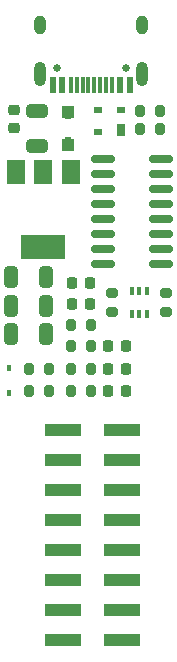
<source format=gts>
G04 #@! TF.GenerationSoftware,KiCad,Pcbnew,7.0.1*
G04 #@! TF.CreationDate,2023-08-15T21:07:27+02:00*
G04 #@! TF.ProjectId,ESP_PROG,4553505f-5052-44f4-972e-6b696361645f,rev?*
G04 #@! TF.SameCoordinates,Original*
G04 #@! TF.FileFunction,Soldermask,Top*
G04 #@! TF.FilePolarity,Negative*
%FSLAX46Y46*%
G04 Gerber Fmt 4.6, Leading zero omitted, Abs format (unit mm)*
G04 Created by KiCad (PCBNEW 7.0.1) date 2023-08-15 21:07:27*
%MOMM*%
%LPD*%
G01*
G04 APERTURE LIST*
G04 Aperture macros list*
%AMRoundRect*
0 Rectangle with rounded corners*
0 $1 Rounding radius*
0 $2 $3 $4 $5 $6 $7 $8 $9 X,Y pos of 4 corners*
0 Add a 4 corners polygon primitive as box body*
4,1,4,$2,$3,$4,$5,$6,$7,$8,$9,$2,$3,0*
0 Add four circle primitives for the rounded corners*
1,1,$1+$1,$2,$3*
1,1,$1+$1,$4,$5*
1,1,$1+$1,$6,$7*
1,1,$1+$1,$8,$9*
0 Add four rect primitives between the rounded corners*
20,1,$1+$1,$2,$3,$4,$5,0*
20,1,$1+$1,$4,$5,$6,$7,0*
20,1,$1+$1,$6,$7,$8,$9,0*
20,1,$1+$1,$8,$9,$2,$3,0*%
G04 Aperture macros list end*
%ADD10RoundRect,0.200000X-0.275000X0.200000X-0.275000X-0.200000X0.275000X-0.200000X0.275000X0.200000X0*%
%ADD11C,0.650000*%
%ADD12R,0.600000X1.450000*%
%ADD13R,0.300000X1.450000*%
%ADD14O,1.000000X2.100000*%
%ADD15O,1.000000X1.600000*%
%ADD16R,3.150000X1.000000*%
%ADD17RoundRect,0.225000X-0.225000X-0.250000X0.225000X-0.250000X0.225000X0.250000X-0.225000X0.250000X0*%
%ADD18RoundRect,0.200000X0.200000X0.275000X-0.200000X0.275000X-0.200000X-0.275000X0.200000X-0.275000X0*%
%ADD19RoundRect,0.250000X0.325000X0.650000X-0.325000X0.650000X-0.325000X-0.650000X0.325000X-0.650000X0*%
%ADD20RoundRect,0.150000X0.825000X0.150000X-0.825000X0.150000X-0.825000X-0.150000X0.825000X-0.150000X0*%
%ADD21RoundRect,0.200000X-0.200000X-0.275000X0.200000X-0.275000X0.200000X0.275000X-0.200000X0.275000X0*%
%ADD22R,0.700000X1.000000*%
%ADD23R,0.700000X0.600000*%
%ADD24R,1.500000X2.000000*%
%ADD25R,3.800000X2.000000*%
%ADD26RoundRect,0.218750X0.218750X0.256250X-0.218750X0.256250X-0.218750X-0.256250X0.218750X-0.256250X0*%
%ADD27RoundRect,0.250000X0.650000X-0.325000X0.650000X0.325000X-0.650000X0.325000X-0.650000X-0.325000X0*%
%ADD28RoundRect,0.225000X0.225000X0.250000X-0.225000X0.250000X-0.225000X-0.250000X0.225000X-0.250000X0*%
%ADD29R,0.450000X0.600000*%
%ADD30R,1.100000X1.100000*%
%ADD31R,0.600000X0.400000*%
%ADD32R,0.400000X0.650000*%
%ADD33RoundRect,0.225000X0.250000X-0.225000X0.250000X0.225000X-0.250000X0.225000X-0.250000X-0.225000X0*%
G04 APERTURE END LIST*
D10*
X54483000Y-52769000D03*
X54483000Y-54419000D03*
D11*
X55595000Y-33715000D03*
X49815000Y-33715000D03*
D12*
X55955000Y-35160000D03*
X55155000Y-35160000D03*
D13*
X53955000Y-35160000D03*
X52955000Y-35160000D03*
X52455000Y-35160000D03*
X51455000Y-35160000D03*
D12*
X50255000Y-35160000D03*
X49455000Y-35160000D03*
X49455000Y-35160000D03*
X50255000Y-35160000D03*
D13*
X50955000Y-35160000D03*
X51955000Y-35160000D03*
X53455000Y-35160000D03*
X54455000Y-35160000D03*
D12*
X55155000Y-35160000D03*
X55955000Y-35160000D03*
D14*
X57025000Y-34245000D03*
D15*
X57025000Y-30065000D03*
D14*
X48385000Y-34245000D03*
D15*
X48385000Y-30065000D03*
D16*
X50274040Y-64398672D03*
X55324040Y-64398672D03*
X50274040Y-66938672D03*
X55324040Y-66938672D03*
X50274040Y-69478672D03*
X55324040Y-69478672D03*
X50274040Y-72018672D03*
X55324040Y-72018672D03*
X50274040Y-74558672D03*
X55324040Y-74558672D03*
X50274040Y-77098672D03*
X55324040Y-77098672D03*
X50274040Y-79638672D03*
X55324040Y-79638672D03*
X50274040Y-82178672D03*
X55324040Y-82178672D03*
D17*
X51041000Y-51943000D03*
X52591000Y-51943000D03*
D18*
X52640182Y-61097141D03*
X50990182Y-61097141D03*
X49085000Y-59182000D03*
X47435000Y-59182000D03*
D19*
X48846000Y-53848000D03*
X45896000Y-53848000D03*
D18*
X52644581Y-57273918D03*
X50994581Y-57273918D03*
D20*
X58609000Y-50292000D03*
X58609000Y-49022000D03*
X58609000Y-47752000D03*
X58609000Y-46482000D03*
X58609000Y-45212000D03*
X58609000Y-43942000D03*
X58609000Y-42672000D03*
X58609000Y-41402000D03*
X53659000Y-41402000D03*
X53659000Y-42672000D03*
X53659000Y-43942000D03*
X53659000Y-45212000D03*
X53659000Y-46482000D03*
X53659000Y-47752000D03*
X53659000Y-49022000D03*
X53659000Y-50292000D03*
D21*
X56833000Y-37338000D03*
X58483000Y-37338000D03*
D22*
X55229000Y-38977000D03*
D23*
X55229000Y-37277000D03*
X53229000Y-37277000D03*
X53229000Y-39177000D03*
D18*
X52649979Y-55509101D03*
X50999979Y-55509101D03*
X49085000Y-61087000D03*
X47435000Y-61087000D03*
D24*
X50941000Y-42570000D03*
X48641000Y-42570000D03*
D25*
X48641000Y-48870000D03*
D24*
X46341000Y-42570000D03*
D19*
X48846000Y-51435000D03*
X45896000Y-51435000D03*
D10*
X59055000Y-52769000D03*
X59055000Y-54419000D03*
D26*
X55651500Y-61087000D03*
X54076500Y-61087000D03*
D19*
X48846000Y-56261000D03*
X45896000Y-56261000D03*
D27*
X48133000Y-40314108D03*
X48133000Y-37364108D03*
D26*
X55651500Y-59182000D03*
X54076500Y-59182000D03*
D28*
X52599979Y-53731101D03*
X51049979Y-53731101D03*
D29*
X45720000Y-59148000D03*
X45720000Y-61248000D03*
D30*
X50759126Y-40212726D03*
D31*
X50759126Y-39712726D03*
X50759126Y-37912726D03*
D30*
X50759126Y-37412726D03*
D21*
X56833000Y-38862000D03*
X58483000Y-38862000D03*
D32*
X56119000Y-54544000D03*
X56769000Y-54544000D03*
X57419000Y-54544000D03*
X57419000Y-52644000D03*
X56769000Y-52644000D03*
X56119000Y-52644000D03*
D33*
X46157915Y-38805594D03*
X46157915Y-37255594D03*
D18*
X52641000Y-59182000D03*
X50991000Y-59182000D03*
D26*
X55651500Y-57279315D03*
X54076500Y-57279315D03*
M02*

</source>
